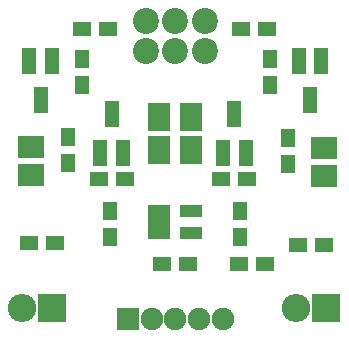
<source format=gts>
%TF.GenerationSoftware,KiCad,Pcbnew,4.0.4-1.fc24-product*%
%TF.CreationDate,2018-01-15T09:21:43+11:00*%
%TF.ProjectId,A_BND_BUF,415F424E445F4255462E6B696361645F,rev?*%
%TF.FileFunction,Soldermask,Top*%
%FSLAX46Y46*%
G04 Gerber Fmt 4.6, Leading zero omitted, Abs format (unit mm)*
G04 Created by KiCad (PCBNEW 4.0.4-1.fc24-product) date Mon Jan 15 09:21:43 2018*
%MOMM*%
%LPD*%
G01*
G04 APERTURE LIST*
%ADD10C,0.100000*%
%ADD11R,1.600000X1.300000*%
%ADD12O,2.398980X2.398980*%
%ADD13R,2.398980X2.398980*%
%ADD14R,1.960000X1.050000*%
%ADD15R,1.200000X2.200000*%
%ADD16R,1.300000X1.600000*%
%ADD17R,1.900000X1.900000*%
%ADD18C,1.900000*%
%ADD19C,2.200000*%
%ADD20R,2.200860X1.949400*%
%ADD21R,1.901140X2.350720*%
G04 APERTURE END LIST*
D10*
D11*
X149900000Y-90600000D03*
X152100000Y-90600000D03*
X158600000Y-90600000D03*
X156400000Y-90600000D03*
X163600000Y-89000000D03*
X161400000Y-89000000D03*
D12*
X138060000Y-94300000D03*
D13*
X140600000Y-94300000D03*
D12*
X161260000Y-94300000D03*
D13*
X163800000Y-94300000D03*
D14*
X149650000Y-86050000D03*
X149650000Y-87000000D03*
X149650000Y-87950000D03*
X152350000Y-87950000D03*
X152350000Y-86050000D03*
D15*
X140550000Y-73350000D03*
X138650000Y-73350000D03*
X139600000Y-76650000D03*
X163350000Y-73350000D03*
X161450000Y-73350000D03*
X162400000Y-76650000D03*
D11*
X138650000Y-88750000D03*
X140850000Y-88750000D03*
D16*
X141900000Y-79800000D03*
X141900000Y-82000000D03*
X160500000Y-79900000D03*
X160500000Y-82100000D03*
X143100000Y-75400000D03*
X143100000Y-73200000D03*
X159000000Y-75400000D03*
X159000000Y-73200000D03*
D11*
X145300000Y-70700000D03*
X143100000Y-70700000D03*
X158800000Y-70700000D03*
X156600000Y-70700000D03*
D16*
X145500000Y-88300000D03*
X145500000Y-86100000D03*
X156500000Y-88300000D03*
X156500000Y-86100000D03*
D17*
X147000000Y-95200000D03*
D18*
X149000000Y-95200000D03*
X151000000Y-95200000D03*
X153000000Y-95200000D03*
X155000000Y-95200000D03*
D19*
X153500000Y-70000000D03*
X151000000Y-70000000D03*
X148500000Y-70000000D03*
X153500000Y-72500000D03*
X151000000Y-72500000D03*
X148500000Y-72500000D03*
D20*
X138800000Y-80647980D03*
X138800000Y-83000020D03*
X163600000Y-80747980D03*
X163600000Y-83100020D03*
D21*
X149600000Y-80874140D03*
X149600000Y-78125860D03*
X152300000Y-80874140D03*
X152300000Y-78125860D03*
D15*
X144650000Y-81150000D03*
X146550000Y-81150000D03*
X145600000Y-77850000D03*
X155050000Y-81150000D03*
X156950000Y-81150000D03*
X156000000Y-77850000D03*
D11*
X144500000Y-83400000D03*
X146700000Y-83400000D03*
X154900000Y-83400000D03*
X157100000Y-83400000D03*
M02*

</source>
